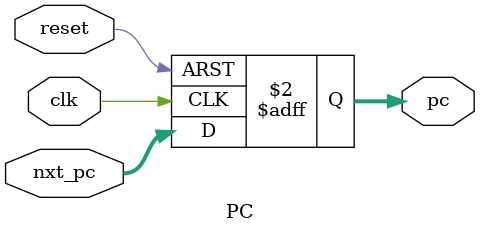
<source format=v>
module PC(
    input clk,reset,
    input [63:0] nxt_pc,
    output [63:0] pc
);

    always @(posedge clk or posedge reset) begin
        if(reset)
        pc <= 64'd0;
        else
        pc <= nxt_pc;
    end
    
endmodule 
</source>
